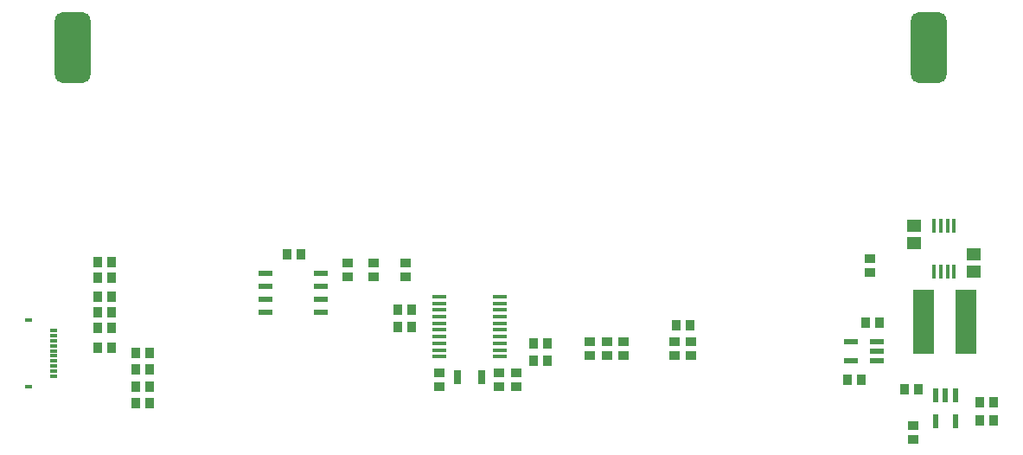
<source format=gtp>
G04 Layer_Color=8421504*
%FSLAX44Y44*%
%MOMM*%
G71*
G01*
G75*
%ADD10R,0.9000X1.0000*%
%ADD11R,0.7500X1.4500*%
%ADD12R,1.4500X0.6000*%
%ADD13R,1.4000X0.4500*%
%ADD14R,0.4500X1.3500*%
%ADD15R,1.4000X0.6000*%
%ADD16R,1.0000X0.9000*%
%ADD17R,2.1500X6.3000*%
%ADD18R,1.4000X1.1500*%
G04:AMPARAMS|DCode=19|XSize=3.5mm|YSize=7mm|CornerRadius=0.875mm|HoleSize=0mm|Usage=FLASHONLY|Rotation=0.000|XOffset=0mm|YOffset=0mm|HoleType=Round|Shape=RoundedRectangle|*
%AMROUNDEDRECTD19*
21,1,3.5000,5.2500,0,0,0.0*
21,1,1.7500,7.0000,0,0,0.0*
1,1,1.7500,0.8750,-2.6250*
1,1,1.7500,-0.8750,-2.6250*
1,1,1.7500,-0.8750,2.6250*
1,1,1.7500,0.8750,2.6250*
%
%ADD19ROUNDEDRECTD19*%
%ADD20R,0.8000X0.3000*%
%ADD21R,0.8000X0.4000*%
%ADD22R,0.6000X1.4000*%
D10*
X108350Y237490D02*
D03*
X94850D02*
D03*
X145180Y180340D02*
D03*
X131680D02*
D03*
X145180Y163830D02*
D03*
X131680D02*
D03*
X145180Y196850D02*
D03*
X131680D02*
D03*
X145180Y213360D02*
D03*
X131680D02*
D03*
X108350Y252730D02*
D03*
X94850D02*
D03*
X108350Y218440D02*
D03*
X94850D02*
D03*
X108350Y302260D02*
D03*
X94850D02*
D03*
X108350Y287020D02*
D03*
X94850D02*
D03*
X108350Y267970D02*
D03*
X94850D02*
D03*
X535070Y222250D02*
D03*
X521570D02*
D03*
X280270Y309880D02*
D03*
X293770D02*
D03*
X521570Y205740D02*
D03*
X535070D02*
D03*
X401720Y255270D02*
D03*
X388220D02*
D03*
X401720Y238760D02*
D03*
X388220D02*
D03*
X898290Y177800D02*
D03*
X884790D02*
D03*
X828910Y186690D02*
D03*
X842410D02*
D03*
X860190Y242570D02*
D03*
X846690D02*
D03*
X661270Y240030D02*
D03*
X674770D02*
D03*
X971950Y165100D02*
D03*
X958450D02*
D03*
X971950Y147320D02*
D03*
X958450D02*
D03*
D11*
X470470Y189230D02*
D03*
X446470D02*
D03*
D12*
X313000Y252730D02*
D03*
Y265430D02*
D03*
Y278130D02*
D03*
Y290830D02*
D03*
X258500Y252730D02*
D03*
Y265430D02*
D03*
Y278130D02*
D03*
Y290830D02*
D03*
D13*
X487970Y209510D02*
D03*
Y216010D02*
D03*
Y222510D02*
D03*
Y229010D02*
D03*
Y235510D02*
D03*
Y242010D02*
D03*
Y248510D02*
D03*
Y255010D02*
D03*
Y261510D02*
D03*
Y268010D02*
D03*
X428970Y209510D02*
D03*
Y216010D02*
D03*
Y222510D02*
D03*
Y229010D02*
D03*
Y235510D02*
D03*
Y242010D02*
D03*
Y248510D02*
D03*
Y255010D02*
D03*
Y261510D02*
D03*
Y268010D02*
D03*
D14*
X933040Y337210D02*
D03*
X926540D02*
D03*
X920040D02*
D03*
X913540D02*
D03*
X933040Y292710D02*
D03*
X926540D02*
D03*
X920040D02*
D03*
X913540D02*
D03*
D15*
X832050Y205130D02*
D03*
Y224130D02*
D03*
X857050D02*
D03*
Y214630D02*
D03*
Y205130D02*
D03*
D16*
X396240Y287890D02*
D03*
Y301390D02*
D03*
X364490Y287890D02*
D03*
Y301390D02*
D03*
X339090Y287890D02*
D03*
Y301390D02*
D03*
X504190Y179940D02*
D03*
Y193440D02*
D03*
X487680Y179940D02*
D03*
Y193440D02*
D03*
X429260Y179940D02*
D03*
Y193440D02*
D03*
X892810Y141770D02*
D03*
Y128270D02*
D03*
X659130Y210420D02*
D03*
Y223920D02*
D03*
X675640Y210420D02*
D03*
Y223920D02*
D03*
X576580D02*
D03*
Y210420D02*
D03*
X593090D02*
D03*
Y223920D02*
D03*
X609600D02*
D03*
Y210420D02*
D03*
X850900Y292100D02*
D03*
Y305600D02*
D03*
D17*
X902970Y243840D02*
D03*
X944470D02*
D03*
D18*
X894080Y320180D02*
D03*
Y337680D02*
D03*
X952500Y309740D02*
D03*
Y292240D02*
D03*
D19*
X70250Y511810D02*
D03*
X908250D02*
D03*
D20*
X51670Y190110D02*
D03*
Y195110D02*
D03*
Y200110D02*
D03*
Y205110D02*
D03*
Y210110D02*
D03*
Y215110D02*
D03*
Y220110D02*
D03*
Y225110D02*
D03*
Y230110D02*
D03*
Y235110D02*
D03*
D21*
X26670Y180110D02*
D03*
Y245110D02*
D03*
D22*
X934060Y146250D02*
D03*
X915060D02*
D03*
Y171250D02*
D03*
X924560D02*
D03*
X934060D02*
D03*
M02*

</source>
